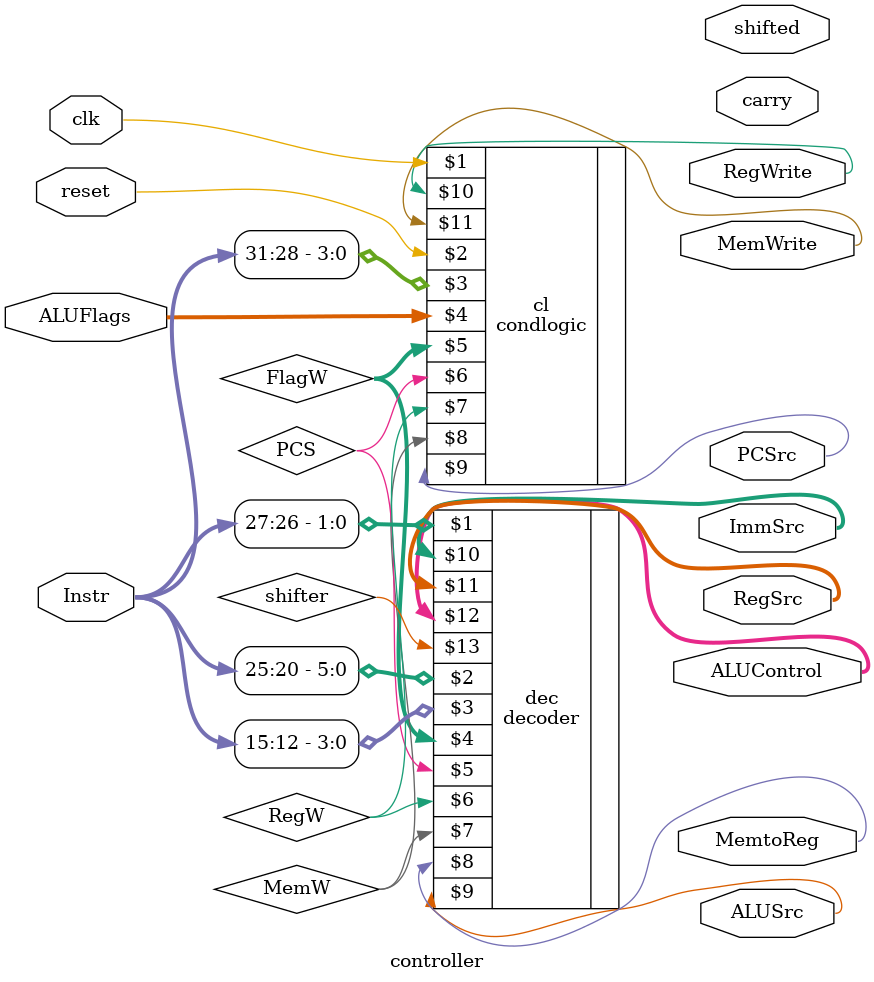
<source format=sv>
/*
 * This module is the Control Unit of ARM single-cycle processor
 */ 
module controller(input logic clk, reset,
						input logic [31:12] Instr,
						input logic [3:0] ALUFlags,
						output logic [1:0] RegSrc,
						output logic RegWrite,
						output logic [1:0] ImmSrc,
						output logic ALUSrc,
						output logic [1:0] ALUControl,
						output logic MemWrite, MemtoReg,
						output logic PCSrc,
						output logic carry,
						output logic shifted);
	logic [1:0] FlagW;
	logic PCS, RegW, MemW;

	decoder dec(Instr[27:26], Instr[25:20], Instr[15:12],
					FlagW, PCS, RegW, MemW,
					MemtoReg, ALUSrc, ImmSrc, RegSrc, ALUControl,
					shifter);

	condlogic cl(clk, reset, Instr[31:28], ALUFlags,
					FlagW, PCS, RegW, MemW,
					PCSrc, RegWrite, MemWrite);

endmodule

</source>
